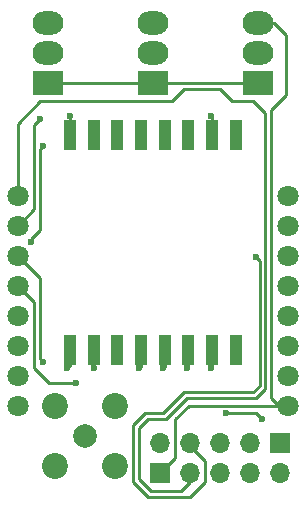
<source format=gtl>
G04 #@! TF.FileFunction,Copper,L1,Top,Signal*
%FSLAX46Y46*%
G04 Gerber Fmt 4.6, Leading zero omitted, Abs format (unit mm)*
G04 Created by KiCad (PCBNEW 4.0.7) date Fri Oct  5 15:06:51 2018*
%MOMM*%
%LPD*%
G01*
G04 APERTURE LIST*
%ADD10C,0.100000*%
%ADD11R,1.700000X1.700000*%
%ADD12O,1.700000X1.700000*%
%ADD13C,1.800000*%
%ADD14R,2.600000X2.000000*%
%ADD15O,2.600000X2.000000*%
%ADD16R,1.000000X2.500000*%
%ADD17C,2.200000*%
%ADD18C,2.000000*%
%ADD19C,0.600000*%
%ADD20C,0.250000*%
G04 APERTURE END LIST*
D10*
D11*
X121920000Y-123190000D03*
D12*
X124460000Y-123190000D03*
X127000000Y-123190000D03*
X129540000Y-123190000D03*
X132080000Y-123190000D03*
D13*
X109855000Y-99695000D03*
X109855000Y-102235000D03*
X109855000Y-104775000D03*
X109855000Y-107315000D03*
X109855000Y-109855000D03*
X109855000Y-112395000D03*
X109855000Y-114935000D03*
X109855000Y-117475000D03*
X132715000Y-117475000D03*
X132715000Y-114935000D03*
X132715000Y-112395000D03*
X132715000Y-109855000D03*
X132715000Y-107315000D03*
X132715000Y-104775000D03*
X132715000Y-102235000D03*
X132715000Y-99695000D03*
D14*
X112395000Y-90170000D03*
D15*
X112395000Y-87630000D03*
X112395000Y-85090000D03*
D16*
X128285000Y-112732000D03*
X126285000Y-112732000D03*
X124285000Y-112732000D03*
X122285000Y-112732000D03*
X120285000Y-112732000D03*
X118285000Y-112732000D03*
X116285000Y-112732000D03*
X114285000Y-112732000D03*
X114285000Y-94532000D03*
X116285000Y-94532000D03*
X118285000Y-94532000D03*
X120285000Y-94532000D03*
X122285000Y-94532000D03*
X124285000Y-94532000D03*
X126285000Y-94532000D03*
X128285000Y-94532000D03*
D17*
X113030000Y-122555000D03*
X113030000Y-117475000D03*
X118110000Y-117475000D03*
X118110000Y-122555000D03*
D18*
X115570000Y-120015000D03*
D14*
X121285000Y-90170000D03*
D15*
X121285000Y-87630000D03*
X121285000Y-85090000D03*
D14*
X130175000Y-90170000D03*
D15*
X130175000Y-87630000D03*
X130175000Y-85090000D03*
D11*
X132080000Y-120650000D03*
D12*
X129540000Y-120650000D03*
X127000000Y-120650000D03*
X124460000Y-120650000D03*
X121920000Y-120650000D03*
D19*
X126238000Y-114300000D03*
X124206000Y-114300000D03*
X122174000Y-114300000D03*
X130556000Y-118618000D03*
X127508000Y-118110000D03*
X120142000Y-114300000D03*
X114046000Y-114300000D03*
X114300000Y-92964000D03*
X110998000Y-103632000D03*
X112014000Y-95504000D03*
X126238000Y-92964000D03*
X130048000Y-104902000D03*
X111760000Y-93218000D03*
X116332000Y-114300000D03*
X114808000Y-115570000D03*
X112014000Y-113792000D03*
D20*
X126285000Y-112732000D02*
X126285000Y-114253000D01*
X126285000Y-114253000D02*
X126238000Y-114300000D01*
X124285000Y-112732000D02*
X124285000Y-114221000D01*
X124285000Y-114221000D02*
X124206000Y-114300000D01*
X122285000Y-112732000D02*
X122285000Y-114189000D01*
X122285000Y-114189000D02*
X122174000Y-114300000D01*
X130556000Y-118618000D02*
X130048000Y-118110000D01*
X130048000Y-118110000D02*
X127508000Y-118110000D01*
X120285000Y-112732000D02*
X120285000Y-114157000D01*
X120285000Y-114157000D02*
X120142000Y-114300000D01*
X114285000Y-112732000D02*
X114285000Y-114061000D01*
X114285000Y-114061000D02*
X114046000Y-114300000D01*
X112395000Y-90170000D02*
X121285000Y-90170000D01*
X121285000Y-90170000D02*
X130175000Y-90170000D01*
X132715000Y-117475000D02*
X124333000Y-117475000D01*
X123190000Y-121920000D02*
X121920000Y-123190000D01*
X123190000Y-118618000D02*
X123190000Y-121920000D01*
X124333000Y-117475000D02*
X123190000Y-118618000D01*
X114285000Y-94532000D02*
X114285000Y-92979000D01*
X114285000Y-92979000D02*
X114300000Y-92964000D01*
X132715000Y-117475000D02*
X131953000Y-117475000D01*
X131953000Y-117475000D02*
X131318000Y-116840000D01*
X131318000Y-116840000D02*
X131318000Y-92456000D01*
X131318000Y-92456000D02*
X132588000Y-91186000D01*
X132588000Y-91186000D02*
X132588000Y-86106000D01*
X132588000Y-86106000D02*
X131572000Y-85090000D01*
X131572000Y-85090000D02*
X130175000Y-85090000D01*
X111760000Y-102616000D02*
X111760000Y-95758000D01*
X110998000Y-103378000D02*
X111760000Y-102616000D01*
X110998000Y-103632000D02*
X110998000Y-103378000D01*
X111760000Y-95758000D02*
X112014000Y-95504000D01*
X126285000Y-94532000D02*
X126285000Y-93011000D01*
X126238000Y-92964000D02*
X126285000Y-93011000D01*
X109855000Y-102235000D02*
X111252000Y-100838000D01*
X125730000Y-122174000D02*
X125730000Y-123952000D01*
X125730000Y-123952000D02*
X124460000Y-125222000D01*
X124460000Y-125222000D02*
X120904000Y-125222000D01*
X120904000Y-125222000D02*
X119634000Y-123952000D01*
X119634000Y-123952000D02*
X119634000Y-119126000D01*
X119634000Y-119126000D02*
X120650000Y-118110000D01*
X120650000Y-118110000D02*
X122174000Y-118110000D01*
X122174000Y-118110000D02*
X123952000Y-116332000D01*
X123952000Y-116332000D02*
X129794000Y-116332000D01*
X129794000Y-116332000D02*
X130359998Y-115766002D01*
X130359998Y-115766002D02*
X130359998Y-105213998D01*
X130359998Y-105213998D02*
X130048000Y-104902000D01*
X111760000Y-93218000D02*
X111252000Y-93726000D01*
X125730000Y-122174000D02*
X124460000Y-120904000D01*
X111252000Y-94996000D02*
X111252000Y-93726000D01*
X111252000Y-100838000D02*
X111252000Y-94996000D01*
X124460000Y-120650000D02*
X124460000Y-120904000D01*
X129794000Y-91694000D02*
X128016000Y-91694000D01*
X109855000Y-99695000D02*
X109855000Y-93599000D01*
X111760000Y-91694000D02*
X109855000Y-93599000D01*
X130810000Y-92710000D02*
X129794000Y-91694000D01*
X130810000Y-116078000D02*
X130810000Y-92710000D01*
X130048000Y-116840000D02*
X130810000Y-116078000D01*
X124206000Y-116840000D02*
X130048000Y-116840000D01*
X122428000Y-118618000D02*
X124206000Y-116840000D01*
X120904000Y-118618000D02*
X122428000Y-118618000D01*
X120142000Y-119380000D02*
X120904000Y-118618000D01*
X120142000Y-123698000D02*
X120142000Y-119380000D01*
X121158000Y-124714000D02*
X120142000Y-123698000D01*
X123698000Y-124714000D02*
X121158000Y-124714000D01*
X123698000Y-124714000D02*
X124460000Y-123952000D01*
X122936000Y-91694000D02*
X111760000Y-91694000D01*
X123952000Y-90678000D02*
X122936000Y-91694000D01*
X127000000Y-90678000D02*
X123952000Y-90678000D01*
X128016000Y-91694000D02*
X127000000Y-90678000D01*
X124460000Y-123190000D02*
X124460000Y-123952000D01*
X116285000Y-112732000D02*
X116285000Y-114253000D01*
X116285000Y-114253000D02*
X116332000Y-114300000D01*
X111252000Y-114300000D02*
X112522000Y-115570000D01*
X112522000Y-115570000D02*
X114808000Y-115570000D01*
X111252000Y-114300000D02*
X111252000Y-108712000D01*
X109855000Y-107315000D02*
X111252000Y-108712000D01*
X111760000Y-106680000D02*
X111760000Y-113538000D01*
X111760000Y-113538000D02*
X112014000Y-113792000D01*
X111760000Y-106680000D02*
X109855000Y-104775000D01*
M02*

</source>
